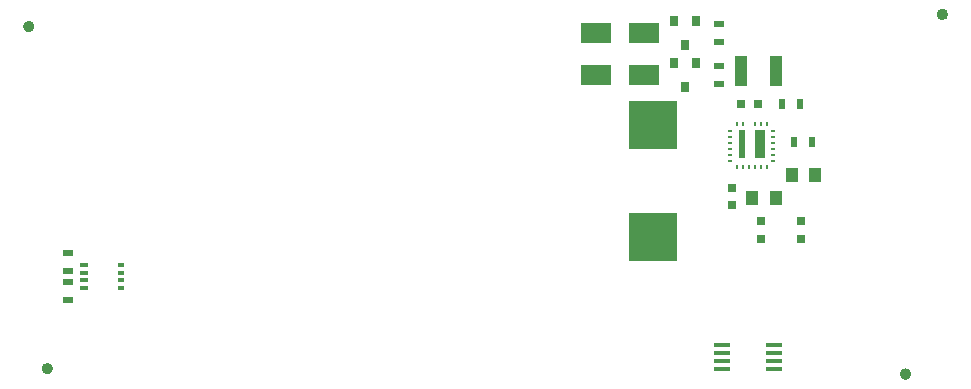
<source format=gtp>
G04 #@! TF.GenerationSoftware,KiCad,Pcbnew,(5.1.6-0-10_14)*
G04 #@! TF.CreationDate,2021-10-29T19:35:58+09:00*
G04 #@! TF.ProjectId,peltier+relay,70656c74-6965-4722-9b72-656c61792e6b,rev?*
G04 #@! TF.SameCoordinates,Original*
G04 #@! TF.FileFunction,Paste,Top*
G04 #@! TF.FilePolarity,Positive*
%FSLAX46Y46*%
G04 Gerber Fmt 4.6, Leading zero omitted, Abs format (unit mm)*
G04 Created by KiCad (PCBNEW (5.1.6-0-10_14)) date 2021-10-29 19:35:58*
%MOMM*%
%LPD*%
G01*
G04 APERTURE LIST*
%ADD10C,0.475000*%
%ADD11C,0.100000*%
%ADD12R,2.500000X1.800000*%
%ADD13R,4.100000X4.100000*%
%ADD14R,0.700000X0.420000*%
%ADD15R,0.540000X0.420000*%
%ADD16R,0.800000X0.900000*%
%ADD17R,0.450000X0.250000*%
%ADD18R,0.250000X0.450000*%
%ADD19R,1.450000X0.450000*%
%ADD20R,1.450000X0.400000*%
%ADD21R,1.000000X1.250000*%
%ADD22R,0.750000X0.800000*%
%ADD23R,0.800000X0.750000*%
%ADD24R,1.000000X2.500000*%
%ADD25R,0.900000X0.500000*%
%ADD26R,0.500000X0.900000*%
G04 APERTURE END LIST*
D10*
X100047500Y-83770000D02*
G75*
G03*
X100047500Y-83770000I-237500J0D01*
G01*
X101617500Y-112730000D02*
G75*
G03*
X101617500Y-112730000I-237500J0D01*
G01*
X174287500Y-113190000D02*
G75*
G03*
X174287500Y-113190000I-237500J0D01*
G01*
X177407500Y-82740000D02*
G75*
G03*
X177407500Y-82740000I-237500J0D01*
G01*
D11*
G36*
X161340000Y-92560000D02*
G01*
X162140000Y-92560000D01*
X162140000Y-94860000D01*
X161340000Y-94860000D01*
X161340000Y-92560000D01*
G37*
G36*
X159940000Y-92560000D02*
G01*
X160440000Y-92560000D01*
X160440000Y-94860000D01*
X159940000Y-94860000D01*
X159940000Y-92560000D01*
G37*
D12*
X151860000Y-87890000D03*
X147860000Y-87890000D03*
X151860000Y-84290000D03*
X147860000Y-84290000D03*
D13*
X152670000Y-92070000D03*
X152670000Y-101570000D03*
D14*
X104520000Y-103945000D03*
X104520000Y-104595000D03*
X104520000Y-105245000D03*
X104520000Y-105895000D03*
D15*
X107600000Y-105895000D03*
X107600000Y-105245000D03*
X107600000Y-104595000D03*
X107600000Y-103945000D03*
D16*
X156320000Y-86890000D03*
X154420000Y-86890000D03*
X155370000Y-88890000D03*
X155370000Y-85290000D03*
X154420000Y-83290000D03*
X156320000Y-83290000D03*
D17*
X162860000Y-95110000D03*
X162860000Y-94610000D03*
X162860000Y-94110000D03*
X162860000Y-93610000D03*
X162860000Y-93110000D03*
X162860000Y-92610000D03*
D18*
X162290000Y-92040000D03*
X161790000Y-92040000D03*
X161290000Y-92040000D03*
X160290000Y-92040000D03*
X159790000Y-92040000D03*
D17*
X159220000Y-92610000D03*
X159220000Y-93110000D03*
X159220000Y-93610000D03*
X159220000Y-94110000D03*
X159220000Y-94610000D03*
X159220000Y-95110000D03*
D18*
X159790000Y-95680000D03*
X160290000Y-95680000D03*
X160790000Y-95680000D03*
X161290000Y-95680000D03*
X161790000Y-95680000D03*
X162290000Y-95680000D03*
D19*
X158540000Y-112740000D03*
D20*
X158540000Y-112065000D03*
X158540000Y-111415000D03*
D19*
X158540000Y-110740000D03*
X162940000Y-110740000D03*
D20*
X162940000Y-111415000D03*
X162940000Y-112065000D03*
D19*
X162940000Y-112740000D03*
D21*
X163050000Y-98300000D03*
X161050000Y-98300000D03*
X164400000Y-96300000D03*
X166400000Y-96300000D03*
D22*
X159390000Y-98910000D03*
X159390000Y-97410000D03*
D23*
X160090000Y-90360000D03*
X161590000Y-90360000D03*
D24*
X160090000Y-87510000D03*
X163090000Y-87510000D03*
D25*
X103130000Y-106890000D03*
X103130000Y-105390000D03*
D26*
X165090000Y-90310000D03*
X163590000Y-90310000D03*
X164590000Y-93510000D03*
X166090000Y-93510000D03*
D25*
X158240000Y-88640000D03*
X158240000Y-87140000D03*
X103130000Y-104440000D03*
X103130000Y-102940000D03*
X158240000Y-85040000D03*
X158240000Y-83540000D03*
D22*
X161790000Y-100250000D03*
X161790000Y-101750000D03*
X165165001Y-101750000D03*
X165165001Y-100250000D03*
M02*

</source>
